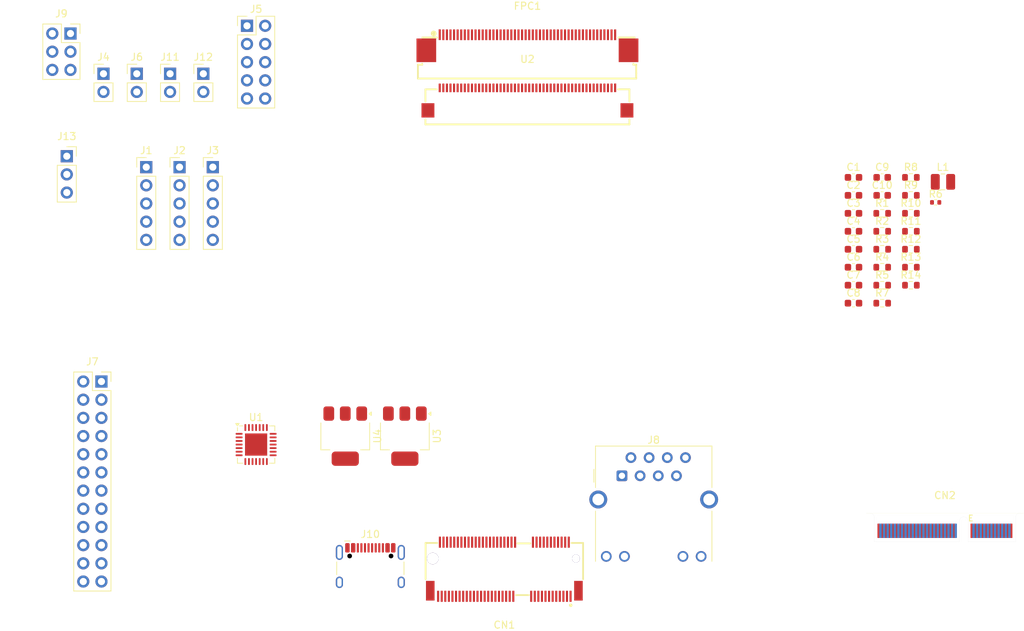
<source format=kicad_pcb>
(kicad_pcb (version 20240108) (generator "pcbnew") (generator_version "8.0")
  (layers (0 "F.Cu" signal) (31 "B.Cu" signal) (34 "B.Paste" user) (35 "F.Paste" user) (36 "B.SilkS" user "B.Silkscreen") (37 "F.SilkS" user "F.Silkscreen") (38 "B.Mask" user) (39 "F.Mask" user) (44 "Edge.Cuts" user))
  (net 0 "")
  (net 2 "Net-(J8-RCT)")
  (net 3 "Net-(J8-TCT)")
  (net 71 "GND")
  (net 72 "/UART0.RX")
  (net 73 "/LCD_D5")
  (net 74 "/PB6_SCK")
  (net 75 "/SDC1.D2")
  (net 76 "/PB7_SDA")
  (net 77 "/RESET")
  (net 78 "/LCD_D20")
  (net 79 "/ETH_LED_LINK")
  (net 80 "/LCD_D2")
  (net 81 "/LCD_D21")
  (net 82 "/ETH_LED_SPD")
  (net 83 "/LCD_D15")
  (net 84 "/SDC1.CLK")
  (net 85 "/ETH0.RX_N")
  (net 86 "/LCD_D19")
  (net 87 "/LCD0.DE")
  (net 88 "/SDC1.D1")
  (net 89 "/LCD_D22")
  (net 90 "/USB.USB_P")
  (net 91 "/CSI.MCSI_D1_P")
  (net 92 "/LCD_D11")
  (net 93 "/PB4_PWM0")
  (net 94 "/ADCDAC.HPOUTL")
  (net 95 "/USB.USB_ID")
  (net 96 "/CSI.CSI_SCK")
  (net 97 "/LRADC0")
  (net 98 "/SDC1.CMD")
  (net 99 "/LCD_D12")
  (net 100 "/LCD_D18")
  (net 101 "/LCD_D6")
  (net 102 "5V")
  (net 103 "/LCD0.VSYNC")
  (net 104 "/UART0.TX")
  (net 105 "/USB.USB_N")
  (net 106 "/ADCDAC.HPCOMFB")
  (net 107 "/SDC1.D0")
  (net 108 "/CSI.MCSI_D0_N")
  (net 109 "/CSI.MCSI_D0_P")
  (net 110 "/UART2.CTS")
  (net 111 "/PB5_PWM1")
  (net 112 "/CSI.MCSI_CK_N")
  (net 113 "/ADCDAC.HPOUTR")
  (net 114 "/ETH0.TX_N")
  (net 115 "/UART2.RX")
  (net 116 "/LCD0.CLK")
  (net 117 "/ETH0.TX_P")
  (net 118 "/LCD_D3")
  (net 119 "/LCD_D7")
  (net 120 "/UART2.TX")
  (net 121 "/LCD_D14")
  (net 122 "/CSI.CSI_SDA")
  (net 123 "/LCD_D10")
  (net 124 "/ADCDAC.HPCOM")
  (net 125 "/LCD_D23")
  (net 126 "/LCD_D13")
  (net 127 "/LCD0.HSYNC")
  (net 128 "/CSI.MCSI_CK_P")
  (net 129 "/ADCDAC.HBIAS")
  (net 130 "/CSI.MCSI_MCLK")
  (net 131 "/ETH0.RX_P")
  (net 132 "/LCD_D4")
  (net 133 "/CSI.MCSI_D1_N")
  (net 134 "/VBUS_IN")
  (net 135 "3V3")
  (net 136 "LCD_VDD")
  (net 137 "/LCD_SDI")
  (net 138 "/LCD_SCL")
  (net 139 "/LCD_CS")
  (net 140 "/LEDK1")
  (net 141 "/LCD_RST")
  (net 142 "Net-(FPC1-Pad44)")
  (net 143 "/LCD_DRX")
  (net 144 "/LCD_TE")
  (net 145 "/LCD_SDO")
  (net 146 "Net-(FPC1-Pad46)")
  (net 147 "Net-(FPC1-Pad47)")
  (net 148 "/LEDK3")
  (net 149 "/LCD_DE")
  (net 150 "/IM2")
  (net 151 "/LEDK2")
  (net 152 "Net-(FPC1-Pad45)")
  (net 153 "/LEDA")
  (net 154 "/LCD_RD")
  (net 155 "/LEDK4")
  (net 156 "/IM0")
  (net 157 "/IM3")
  (net 158 "/IM1")
  (net 159 "LED_VDD")
  (net 163 "Net-(J8-Pad9)")
  (net 164 "Net-(J8-Pad12)")
  (net 166 "/USB_D_P")
  (net 167 "Net-(J10-CC1)")
  (net 168 "/USB_D_N")
  (net 169 "Net-(J10-CC2)")
  (net 171 "Net-(J12-Pin_1)")
  (net 172 "Net-(J12-Pin_2)")
  (net 173 "2V85")
  (net 174 "Net-(U1-~{RST})")
  (footprint "Resistor_SMD:R_0603_1608Metric" (layer "F.Cu") (at 149.12 69.26)
    (property "Reference" "R11" (at 0 -1.43 0) (layer "F.SilkS"))
    (property "Value" "51")
    (pad "1" smd roundrect (at -0.825 0) (size 0.8 0.95) (layers "F.Cu" "F.Paste" "F.Mask") (net 2 "Net-(J8-RCT)"))
    (pad "2" smd roundrect (at 0.825 0) (size 0.8 0.95) (layers "F.Cu" "F.Paste" "F.Mask") (net 85 "/ETH0.RX_N"))
  )
  (footprint "Connector_PinSocket_2.54mm:PinSocket_1x03_P2.54mm_Vertical" (layer "F.Cu") (at 31.2 58.77)
    (property "Reference" "J13" (at 0 -2.77 0) (layer "F.SilkS"))
    (property "Value" "Conn_01x03_Pin")
    (pad "1" thru_hole rect (at 0 0) (size 1.7 1.7) (drill 1) (layers "*.Cu" "*.Mask") (net 173 "2V85"))
    (pad "2" thru_hole oval (at 0 2.54) (size 1.7 1.7) (drill 1) (layers "*.Cu" "*.Mask") (net 159 "LED_VDD"))
    (pad "3" thru_hole oval (at 0 5.08) (size 1.7 1.7) (drill 1) (layers "*.Cu" "*.Mask") (net 135 "3V3"))
  )
  (footprint "Connector_PinHeader_2.54mm:PinHeader_1x02_P2.54mm_Vertical" (layer "F.Cu") (at 50.275 47.25)
    (property "Reference" "J12" (at 0 -2.33 0) (layer "F.SilkS"))
    (property "Value" "Conn_01x02_Pin")
    (pad "1" thru_hole rect (at 0 0) (size 1.7 1.7) (drill 1) (layers "*.Cu" "*.Mask") (net 171 "Net-(J12-Pin_1)"))
    (pad "2" thru_hole oval (at 0 2.54) (size 1.7 1.7) (drill 1) (layers "*.Cu" "*.Mask") (net 172 "Net-(J12-Pin_2)"))
  )
  (footprint "Resistor_SMD:R_0603_1608Metric" (layer "F.Cu") (at 149.12 66.75)
    (property "Reference" "R10" (at 0 -1.43 0) (layer "F.SilkS"))
    (property "Value" "51")
    (pad "1" smd roundrect (at -0.825 0) (size 0.8 0.95) (layers "F.Cu" "F.Paste" "F.Mask") (net 2 "Net-(J8-RCT)"))
    (pad "2" smd roundrect (at 0.825 0) (size 0.8 0.95) (layers "F.Cu" "F.Paste" "F.Mask") (net 131 "/ETH0.RX_P"))
  )
  (footprint "Capacitor_SMD:C_0603_1608Metric" (layer "F.Cu") (at 145.11 64.24)
    (property "Reference" "C10" (at 0 -1.43 0) (layer "F.SilkS"))
    (property "Value" "10u")
    (pad "1" smd roundrect (at -0.775 0) (size 0.9 0.95) (layers "F.Cu" "F.Paste" "F.Mask") (net 71 "GND"))
    (pad "2" smd roundrect (at 0.775 0) (size 0.9 0.95) (layers "F.Cu" "F.Paste" "F.Mask") (net 134 "/VBUS_IN"))
  )
  (footprint "Resistor_SMD:R_0603_1608Metric" (layer "F.Cu") (at 145.11 74.28)
    (property "Reference" "R4" (at 0 -1.43 0) (layer "F.SilkS"))
    (property "Value" "100")
    (pad "1" smd roundrect (at -0.825 0) (size 0.8 0.95) (layers "F.Cu" "F.Paste" "F.Mask") (net 155 "/LEDK4"))
    (pad "2" smd roundrect (at 0.825 0) (size 0.8 0.95) (layers "F.Cu" "F.Paste" "F.Mask") (net 71 "GND"))
  )
  (footprint "Package_DFN_QFN:QFN-28-1EP_5x5mm_P0.5mm_EP3.1x3.1mm" (layer "F.Cu") (at 57.645 99.05)
    (property "Reference" "U1" (at 0 -3.8 0) (layer "F.SilkS"))
    (property "Value" "CP2102N-Axx-xQFN28")
    (pad "1" smd roundrect (at -2.375 -1.5) (size 0.95 0.25) (layers "F.Cu" "F.Paste" "F.Mask"))
    (pad "2" smd roundrect (at -2.375 -1) (size 0.95 0.25) (layers "F.Cu" "F.Paste" "F.Mask"))
    (pad "3" smd roundrect (at -2.375 -0.5) (size 0.95 0.25) (layers "F.Cu" "F.Paste" "F.Mask") (net 71 "GND"))
    (pad "4" smd roundrect (at -2.375 0) (size 0.95 0.25) (layers "F.Cu" "F.Paste" "F.Mask") (net 166 "/USB_D_P"))
    (pad "5" smd roundrect (at -2.375 0.5) (size 0.95 0.25) (layers "F.Cu" "F.Paste" "F.Mask") (net 168 "/USB_D_N"))
    (pad "6" smd roundrect (at -2.375 1) (size 0.95 0.25) (layers "F.Cu" "F.Paste" "F.Mask") (net 135 "3V3"))
    (pad "7" smd roundrect (at -2.375 1.5) (size 0.95 0.25) (layers "F.Cu" "F.Paste" "F.Mask") (net 135 "3V3"))
    (pad "8" smd roundrect (at -1.5 2.375) (size 0.25 0.95) (layers "F.Cu" "F.Paste" "F.Mask") (net 134 "/VBUS_IN"))
    (pad "9" smd roundrect (at -1 2.375) (size 0.25 0.95) (layers "F.Cu" "F.Paste" "F.Mask") (net 174 "Net-(U1-~{RST})"))
    (pad "10" smd roundrect (at -0.5 2.375) (size 0.25 0.95) (layers "F.Cu" "F.Paste" "F.Mask"))
    (pad "11" smd roundrect (at 0 2.375) (size 0.25 0.95) (layers "F.Cu" "F.Paste" "F.Mask"))
    (pad "12" smd roundrect (at 0.5 2.375) (size 0.25 0.95) (layers "F.Cu" "F.Paste" "F.Mask"))
    (pad "13" smd roundrect (at 1 2.375) (size 0.25 0.95) (layers "F.Cu" "F.Paste" "F.Mask"))
    (pad "14" smd roundrect (at 1.5 2.375) (size 0.25 0.95) (layers "F.Cu" "F.Paste" "F.Mask"))
    (pad "15" smd roundrect (at 2.375 1.5) (size 0.95 0.25) (layers "F.Cu" "F.Paste" "F.Mask"))
    (pad "16" smd roundrect (at 2.375 1) (size 0.95 0.25) (layers "F.Cu" "F.Paste" "F.Mask"))
    (pad "17" smd roundrect (at 2.375 0.5) (size 0.95 0.25) (layers "F.Cu" "F.Paste" "F.Mask"))
    (pad "18" smd roundrect (at 2.375 0) (size 0.95 0.25) (layers "F.Cu" "F.Paste" "F.Mask"))
    (pad "19" smd roundrect (at 2.375 -0.5) (size 0.95 0.25) (layers "F.Cu" "F.Paste" "F.Mask"))
    (pad "20" smd roundrect (at 2.375 -1) (size 0.95 0.25) (layers "F.Cu" "F.Paste" "F.Mask"))
    (pad "21" smd roundrect (at 2.375 -1.5) (size 0.95 0.25) (layers "F.Cu" "F.Paste" "F.Mask"))
    (pad "22" smd roundrect (at 1.5 -2.375) (size 0.25 0.95) (layers "F.Cu" "F.Paste" "F.Mask"))
    (pad "23" smd roundrect (at 1 -2.375) (size 0.25 0.95) (layers "F.Cu" "F.Paste" "F.Mask"))
    (pad "24" smd roundrect (at 0.5 -2.375) (size 0.25 0.95) (layers "F.Cu" "F.Paste" "F.Mask"))
    (pad "25" smd roundrect (at 0 -2.375) (size 0.25 0.95) (layers "F.Cu" "F.Paste" "F.Mask") (net 171 "Net-(J12-Pin_1)"))
    (pad "26" smd roundrect (at -0.5 -2.375) (size 0.25 0.95) (layers "F.Cu" "F.Paste" "F.Mask") (net 172 "Net-(J12-Pin_2)"))
    (pad "27" smd roundrect (at -1 -2.375) (size 0.25 0.95) (layers "F.Cu" "F.Paste" "F.Mask"))
    (pad "28" smd roundrect (at -1.5 -2.375) (size 0.25 0.95) (layers "F.Cu" "F.Paste" "F.Mask"))
    (pad "29" smd rect (at 0 0) (size 3.1 3.1) (property pad_prop_heatsink) (layers "F.Cu" "F.Mask") (net 71 "GND"))
  )
  (footprint "Package_TO_SOT_SMD:SOT-223-3_TabPin2" (layer "F.Cu") (at 70.1 97.875 -90)
    (property "Reference" "U4" (at 0 -4.500001 90) (layer "F.SilkS"))
    (property "Value" "AMS1117-2.85")
    (pad "1" smd roundrect (at -3.15 -2.3 270) (size 2 1.5) (layers "F.Cu" "F.Paste" "F.Mask") (net 71 "GND"))
    (pad "2" smd roundrect (at -3.149999 0 270) (size 2 1.5) (layers "F.Cu" "F.Paste" "F.Mask") (net 173 "2V85"))
    (pad "2" smd roundrect (at 3.149999 0 270) (size 2 3.8) (layers "F.Cu" "F.Paste" "F.Mask") (net 173 "2V85"))
    (pad "3" smd roundrect (at -3.15 2.3 270) (size 2 1.5) (layers "F.Cu" "F.Paste" "F.Mask") (net 134 "/VBUS_IN"))
  )
  (footprint "Capacitor_SMD:C_0603_1608Metric" (layer "F.Cu") (at 141.1 71.77)
    (property "Reference" "C5" (at 0 -1.43 0) (layer "F.SilkS"))
    (property "Value" "10u")
    (pad "1" smd roundrect (at -0.775 0) (size 0.9 0.95) (layers "F.Cu" "F.Paste" "F.Mask") (net 71 "GND"))
    (pad "2" smd roundrect (at 0.775 0) (size 0.9 0.95) (layers "F.Cu" "F.Paste" "F.Mask") (net 135 "3V3"))
  )
  (footprint "Connector_PinHeader_2.54mm:PinHeader_1x02_P2.54mm_Vertical" (layer "F.Cu") (at 40.975 47.25)
    (property "Reference" "J6" (at 0 -2.33 0) (layer "F.SilkS"))
    (property "Value" "Conn_01x02_Pin")
    (pad "1" thru_hole rect (at 0 0) (size 1.7 1.7) (drill 1) (layers "*.Cu" "*.Mask") (net 87 "/LCD0.DE"))
    (pad "2" thru_hole oval (at 0 2.54) (size 1.7 1.7) (drill 1) (layers "*.Cu" "*.Mask") (net 149 "/LCD_DE"))
  )
  (footprint "Resistor_SMD:R_0603_1608Metric" (layer "F.Cu") (at 145.11 71.77)
    (property "Reference" "R3" (at 0 -1.43 0) (layer "F.SilkS"))
    (property "Value" "100")
    (pad "1" smd roundrect (at -0.825 0) (size 0.8 0.95) (layers "F.Cu" "F.Paste" "F.Mask") (net 148 "/LEDK3"))
    (pad "2" smd roundrect (at 0.825 0) (size 0.8 0.95) (layers "F.Cu" "F.Paste" "F.Mask") (net 71 "GND"))
  )
  (footprint "Connector_PinHeader_2.54mm:PinHeader_1x05_P2.54mm_Vertical" (layer "F.Cu") (at 42.3 60.295)
    (property "Reference" "J1" (at 0 -2.33 0) (layer "F.SilkS"))
    (property "Value" "Conn_01x05_Pin")
    (pad "1" thru_hole rect (at 0 0) (size 1.7 1.7) (drill 1) (layers "*.Cu" "*.Mask") (net 156 "/IM0"))
    (pad "2" thru_hole oval (at 0 2.54) (size 1.7 1.7) (drill 1) (layers "*.Cu" "*.Mask") (net 158 "/IM1"))
    (pad "3" thru_hole oval (at 0 5.08) (size 1.7 1.7) (drill 1) (layers "*.Cu" "*.Mask") (net 150 "/IM2"))
    (pad "4" thru_hole oval (at 0 7.62) (size 1.7 1.7) (drill 1) (layers "*.Cu" "*.Mask") (net 157 "/IM3"))
    (pad "5" thru_hole oval (at 0 10.16) (size 1.7 1.7) (drill 1) (layers "*.Cu" "*.Mask") (net 141 "/LCD_RST"))
  )
  (footprint "Capacitor_SMD:C_0603_1608Metric" (layer "F.Cu") (at 141.1 66.75)
    (property "Reference" "C3" (at 0 -1.43 0) (layer "F.SilkS"))
    (property "Value" "10u")
    (pad "1" smd roundrect (at -0.775 0) (size 0.9 0.95) (layers "F.Cu" "F.Paste" "F.Mask") (net 71 "GND"))
    (pad "2" smd roundrect (at 0.775 0) (size 0.9 0.95) (layers "F.Cu" "F.Paste" "F.Mask") (net 134 "/VBUS_IN"))
  )
  (footprint "Connector_PinHeader_2.54mm:PinHeader_2x05_P2.54mm_Vertical" (layer "F.Cu") (at 56.375 40.55)
    (property "Reference" "J5" (at 1.27 -2.33 0) (layer "F.SilkS"))
    (property "Value" "Conn_02x05_Odd_Even")
    (pad "1" thru_hole rect (at 0 0) (size 1.7 1.7) (drill 1) (layers "*.Cu" "*.Mask") (net 145 "/LCD_SDO"))
    (pad "2" thru_hole oval (at 2.54 0) (size 1.7 1.7) (drill 1) (layers "*.Cu" "*.Mask") (net 154 "/LCD_RD"))
    (pad "3" thru_hole oval (at 0 2.54) (size 1.7 1.7) (drill 1) (layers "*.Cu" "*.Mask") (net 137 "/LCD_SDI"))
    (pad "4" thru_hole oval (at 2.54 2.54) (size 1.7 1.7) (drill 1) (layers "*.Cu" "*.Mask") (net 143 "/LCD_DRX"))
    (pad "5" thru_hole oval (at 0 5.08) (size 1.7 1.7) (drill 1) (layers "*.Cu" "*.Mask") (net 138 "/LCD_SCL"))
    (pad "6" thru_hole oval (at 2.54 5.08) (size 1.7 1.7) (drill 1) (layers "*.Cu" "*.Mask") (net 144 "/LCD_TE"))
    (pad "7" thru_hole oval (at 0 7.62) (size 1.7 1.7) (drill 1) (layers "*.Cu" "*.Mask") (net 139 "/LCD_CS"))
    (pad "8" thru_hole oval (at 2.54 7.62) (size 1.7 1.7) (drill 1) (layers "*.Cu" "*.Mask"))
    (pad "9" thru_hole oval (at 0 10.16) (size 1.7 1.7) (drill 1) (layers "*.Cu" "*.Mask") (net 71 "GND"))
    (pad "10" thru_hole oval (at 2.54 10.16) (size 1.7 1.7) (drill 1) (layers "*.Cu" "*.Mask"))
  )
  (footprint "Resistor_SMD:R_0603_1608Metric" (layer "F.Cu") (at 145.11 79.3)
    (property "Reference" "R7" (at 0 -1.43 0) (layer "F.SilkS"))
    (property "Value" "680")
    (pad "1" smd roundrect (at -0.825 0) (size 0.8 0.95) (layers "F.Cu" "F.Paste" "F.Mask") (net 163 "Net-(J8-Pad9)"))
    (pad "2" smd roundrect (at 0.825 0) (size 0.8 0.95) (layers "F.Cu" "F.Paste" "F.Mask") (net 135 "3V3"))
  )
  (footprint "Package_TO_SOT_SMD:SOT-223-3_TabPin2" (layer "F.Cu") (at 78.425 97.875 -90)
    (property "Reference" "U3" (at 0 -4.500001 90) (layer "F.SilkS"))
    (property "Value" "AMS1117-3.3")
    (pad "1" smd roundrect (at -3.15 -2.3 270) (size 2 1.5) (layers "F.Cu" "F.Paste" "F.Mask") (net 71 "GND"))
    (pad "2" smd roundrect (at -3.149999 0 270) (size 2 1.5) (layers "F.Cu" "F.Paste" "F.Mask") (net 135 "3V3"))
    (pad "2" smd roundrect (at 3.149999 0 270) (size 2 3.8) (layers "F.Cu" "F.Paste" "F.Mask") (net 135 "3V3"))
    (pad "3" smd roundrect (at -3.15 2.3 270) (size 2 1.5) (layers "F.Cu" "F.Paste" "F.Mask") (net 134 "/VBUS_IN"))
  )
  (footprint "Resistor_SMD:R_0603_1608Metric" (layer "F.Cu") (at 145.11 69.26)
    (property "Reference" "R2" (at 0 -1.43 0) (layer "F.SilkS"))
    (property "Value" "100")
    (pad "1" smd roundrect (at -0.825 0) (size 0.8 0.95) (layers "F.Cu" "F.Paste" "F.Mask") (net 151 "/LEDK2"))
    (pad "2" smd roundrect (at 0.825 0) (size 0.8 0.95) (layers "F.Cu" "F.Paste" "F.Mask") (net 71 "GND"))
  )
  (footprint "Connector_PinHeader_2.54mm:PinHeader_1x02_P2.54mm_Vertical" (layer "F.Cu") (at 36.325 47.25)
    (property "Reference" "J4" (at 0 -2.33 0) (layer "F.SilkS"))
    (property "Value" "Conn_01x02_Pin")
    (pad "1" thru_hole rect (at 0 0) (size 1.7 1.7) (drill 1) (layers "*.Cu" "*.Mask") (net 159 "LED_VDD"))
    (pad "2" thru_hole oval (at 0 2.54) (size 1.7 1.7) (drill 1) (layers "*.Cu" "*.Mask") (net 153 "/LEDA"))
  )
  (footprint "v3s-devboard-expansion-minimal:FPC-SMD_AFC07-S50ECA-00" (layer "F.Cu") (at 95.55 42.885)
    (property "Reference" "FPC1" (at 0 -5.09 0) (layer "F.SilkS"))
    (property "Value" "AFC07-S50ECA-00")
    (pad "1" smd rect (at -12.25 -1.09) (size 0.3 1.5) (layers "F.Cu" "F.Paste" "F.Mask") (net 153 "/LEDA"))
    (pad "2" smd rect (at -11.75 -1.08) (size 0.3 1.5) (layers "F.Cu" "F.Paste" "F.Mask") (net 140 "/LEDK1"))
    (pad "3" smd rect (at -11.25 -1.08) (size 0.3 1.5) (layers "F.Cu" "F.Paste" "F.Mask") (net 151 "/LEDK2"))
    (pad "4" smd rect (at -10.75 -1.08) (size 0.3 1.5) (layers "F.Cu" "F.Paste" "F.Mask") (net 148 "/LEDK3"))
    (pad "5" smd rect (at -10.25 -1.08) (size 0.3 1.5) (layers "F.Cu" "F.Paste" "F.Mask") (net 155 "/LEDK4"))
    (pad "6" smd rect (at -9.75 -1.08) (size 0.3 1.5) (layers "F.Cu" "F.Paste" "F.Mask") (net 156 "/IM0"))
    (pad "7" smd rect (at -9.25 -1.08) (size 0.3 1.5) (layers "F.Cu" "F.Paste" "F.Mask") (net 158 "/IM1"))
    (pad "8" smd rect (at -8.75 -1.08) (size 0.3 1.5) (layers "F.Cu" "F.Paste" "F.Mask") (net 150 "/IM2"))
    (pad "9" smd rect (at -8.25 -1.08) (size 0.3 1.5) (layers "F.Cu" "F.Paste" "F.Mask") (net 157 "/IM3"))
    (pad "10" smd rect (at -7.75 -1.08) (size 0.3 1.5) (layers "F.Cu" "F.Paste" "F.Mask") (net 141 "/LCD_RST"))
    (pad "11" smd rect (at -7.25 -1.08) (size 0.3 1.5) (layers "F.Cu" "F.Paste" "F.Mask") (net 103 "/LCD0.VSYNC"))
    (pad "12" smd rect (at -6.75 -1.08) (size 0.3 1.5) (layers "F.Cu" "F.Paste" "F.Mask") (net 127 "/LCD0.HSYNC"))
    (pad "13" smd rect (at -6.25 -1.08) (size 0.3 1.5) (layers "F.Cu" "F.Paste" "F.Mask") (net 116 "/LCD0.CLK"))
    (pad "14" smd rect (at -5.75 -1.08) (size 0.3 1.5) (layers "F.Cu" "F.Paste" "F.Mask") (net 149 "/LCD_DE"))
    (pad "15" smd rect (at -5.25 -1.08) (size 0.3 1.5) (layers "F.Cu" "F.Paste" "F.Mask") (net 125 "/LCD_D23"))
    (pad "16" smd rect (at -4.75 -1.08) (size 0.3 1.5) (layers "F.Cu" "F.Paste" "F.Mask") (net 89 "/LCD_D22"))
    (pad "17" smd rect (at -4.25 -1.08) (size 0.3 1.5) (layers "F.Cu" "F.Paste" "F.Mask") (net 81 "/LCD_D21"))
    (pad "18" smd rect (at -3.75 -1.08) (size 0.3 1.5) (layers "F.Cu" "F.Paste" "F.Mask") (net 78 "/LCD_D20"))
    (pad "19" smd rect (at -3.25 -1.08) (size 0.3 1.5) (layers "F.Cu" "F.Paste" "F.Mask") (net 86 "/LCD_D19"))
    (pad "20" smd rect (at -2.75 -1.08) (size 0.3 1.5) (layers "F.Cu" "F.Paste" "F.Mask") (net 100 "/LCD_D18"))
    (pad "21" smd rect (at -2.25 -1.08) (size 0.3 1.5) (layers "F.Cu" "F.Paste" "F.Mask") (net 83 "/LCD_D15"))
    (pad "22" smd rect (at -1.75 -1.08) (size 0.3 1.5) (layers "F.Cu" "F.Paste" "F.Mask") (net 121 "/LCD_D14"))
    (pad "23" smd rect (at -1.25 -1.08) (size 0.3 1.5) (layers "F.Cu" "F.Paste" "F.Mask") (net 126 "/LCD_D13"))
    (pad "24" smd rect (at -0.75 -1.08) (size 0.3 1.5) (layers "F.Cu" "F.Paste" "F.Mask") (net 99 "/LCD_D12"))
    (pad "25" smd rect (at -0.25 -1.08) (size 0.3 1.5) (layers "F.Cu" "F.Paste" "F.Mask") (net 92 "/LCD_D11"))
    (pad "26" smd rect (at 0.25 -1.08) (size 0.3 1.5) (layers "F.Cu" "F.Paste" "F.Mask") (net 123 "/LCD_D10"))
    (pad "27" smd rect (at 0.75 -1.08) (size 0.3 1.5) (layers "F.Cu" "F.Paste" "F.Mask") (net 119 "/LCD_D7"))
    (pad "28" smd rect (at 1.25 -1.08) (size 0.3 1.5) (layers "F.Cu" "F.Paste" "F.Mask") (net 101 "/LCD_D6"))
    (pad "29" smd rect (at 1.75 -1.08) (size 0.3 1.5) (layers "F.Cu" "F.Paste" "F.Mask") (net 73 "/LCD_D5"))
    (pad "30" smd rect (at 2.25 -1.08) (size 0.3 1.5) (layers "F.Cu" "F.Paste" "F.Mask") (net 132 "/LCD_D4"))
    (pad "31" smd rect (at 2.75 -1.08) (size 0.3 1.5) (layers "F.Cu" "F.Paste" "F.Mask") (net 118 "/LCD_D3"))
    (pad "32" smd rect (at 3.25 -1.08) (size 0.3 1.5) (layers "F.Cu" "F.Paste" "F.Mask") (net 80 "/LCD_D2"))
    (pad "33" smd rect (at 3.75 -1.08) (size 0.3 1.5) (layers "F.Cu" "F.Paste" "F.Mask") (net 145 "/LCD_SDO"))
    (pad "34" smd rect (at 4.25 -1.08) (size 0.3 1.5) (layers "F.Cu" "F.Paste" "F.Mask") (net 137 "/LCD_SDI"))
    (pad "35" smd rect (at 4.75 -1.08) (size 0.3 1.5) (layers "F.Cu" "F.Paste" "F.Mask") (net 154 "/LCD_RD"))
    (pad "36" smd rect (at 5.25 -1.08) (size 0.3 1.5) (layers "F.Cu" "F.Paste" "F.Mask") (net 143 "/LCD_DRX"))
    (pad "37" smd rect (at 5.75 -1.08) (size 0.3 1.5) (layers "F.Cu" "F.Paste" "F.Mask") (net 138 "/LCD_SCL"))
    (pad "38" smd rect (at 6.25 -1.08) (size 0.3 1.5) (layers "F.Cu" "F.Paste" "F.Mask") (net 139 "/LCD_CS"))
    (pad "39" smd rect (at 6.75 -1.08) (size 0.3 1.5) (layers "F.Cu" "F.Paste" "F.Mask") (net 144 "/LCD_TE"))
    (pad "40" smd rect (at 7.25 -1.08) (size 0.3 1.5) (layers "F.Cu" "F.Paste" "F.Mask") (net 136 "LCD_VDD"))
    (pad "41" smd rect (at 7.75 -1.09) (size 0.3 1.5) (layers "F.Cu" "F.Paste" "F.Mask") (net 136 "LCD_VDD"))
    (pad "42" smd rect (at 8.25 -1.08) (size 0.3 1.5) (layers "F.Cu" "F.Paste" "F.Mask") (net 136 "LCD_VDD"))
    (pad "43" smd rect (at 8.75 -1.08) (size 0.3 1.5) (layers "F.Cu" "F.Paste" "F.Mask") (net 71 "GND"))
    (pad "44" smd rect (at 9.25 -1.08) (size 0.3 1.5) (layers "F.Cu" "F.Paste" "F.Mask") (net 142 "Net-(FPC1-Pad44)"))
    (pad "45" smd rect (at 9.75 -1.08) (size 0.3 1.5) (layers "F.Cu" "F.Paste" "F.Mask") (net 152 "Net-(FPC1-Pad45)"))
    (pad "46" smd rect (at 10.25 -1.08) (size 0.3 1.5) (layers "F.Cu" "F.Paste" "F.Mask") (net 146 "Net-(FPC1-Pad46)"))
    (pad "47" smd rect (at 10.75 -1.09) (size 0.3 1.5) (layers "F.Cu" "F.Paste" "F.Mask") (net 147 "Net-(FPC1-Pad47)"))
    (pad "48" smd rect (at 11.25 -1.08) (size 0.3 1.5) (layers "F.Cu" "F.Paste" "F.Mask") (net 71 "GND"))
    (pad "49" smd rect (at 11.75 -1.08) (size 0.3 1.5) (layers "F.Cu" "F.Paste" "F.Mask") (net 71 "GND"))
    (pad "50" smd rect (at 12.25 -1.08) (size 0.3 1.5) (layers "F.Cu" "F.Paste" "F.Mask") (net 71 "GND"))
    (pad "51" smd rect (at 14.125 1.09 180) (size 2.75 3.3) (layers "F.Cu" "F.Paste" "F.Mask") (net 71 "GND"))
    (pad "52" smd rect (at -14.125 1.09) (size 2.75 3.3) (layers "F.Cu" "F.Paste" "F.Mask") (net 71 "GND"))
  )
  (footprint "Capacitor_SMD:C_0603_1608Metric" (layer "F.Cu") (at 145.11 61.73)
    (property "Reference" "C9" (at 0 -1.43 0) (layer "F.SilkS"))
    (property "Value" "10u")
    (pad "1" smd roundrect (at -0.775 0) (size 0.9 0.95) (layers "F.Cu" "F.Paste" "F.Mask") (net 71 "GND"))
    (pad "2" smd roundrect (at 0.775 0) (size 0.9 0.95) (layers "F.Cu" "F.Paste" "F.Mask") (net 134 "/VBUS_IN"))
  )
  (footprint "Resistor_SMD:R_0603_1608Metric" (layer "F.Cu") (at 149.12 76.79)
    (property "Reference" "R14" (at 0 -1.43 0) (layer "F.SilkS"))
    (property "Value" "5.1K")
    (pad "1" smd roundrect (at -0.825 0) (size 0.8 0.95) (layers "F.Cu" "F.Paste" "F.Mask") (net 169 "Net-(J10-CC2)"))
    (pad "2" smd roundrect (at 0.825 0) (size 0.8 0.95) (layers "F.Cu" "F.Paste" "F.Mask") (net 71 "GND"))
  )
  (footprint "Connector_PinSocket_2.54mm:PinSocket_2x03_P2.54mm_Vertical" (layer "F.Cu") (at 31.715 41.63)
    (property "Reference" "J9" (at -1.27 -2.77 0) (layer "F.SilkS"))
    (property "Value" "Conn_02x03_Odd_Even")
    (pad "1" thru_hole rect (at 0 0) (size 1.7 1.7) (drill 1) (layers "*.Cu" "*.Mask") (net 72 "/UART0.RX"))
    (pad "2" thru_hole oval (at -2.54 0) (size 1.7 1.7) (drill 1) (layers "*.Cu" "*.Mask") (net 104 "/UART0.TX"))
    (pad "3" thru_hole oval (at 0 2.54) (size 1.7 1.7) (drill 1) (layers "*.Cu" "*.Mask") (net 115 "/UART2.RX"))
    (pad "4" thru_hole oval (at -2.54 2.54) (size 1.7 1.7) (drill 1) (layers "*.Cu" "*.Mask") (net 120 "/UART2.TX"))
    (pad "5" thru_hole oval (at 0 5.08) (size 1.7 1.7) (drill 1) (layers "*.Cu" "*.Mask") (net 71 "GND"))
    (pad "6" thru_hole oval (at -2.54 5.08) (size 1.7 1.7) (drill 1) (layers "*.Cu" "*.Mask") (net 71 "GND"))
  )
  (footprint "Capacitor_SMD:C_0603_1608Metric" (layer "F.Cu") (at 141.1 74.28)
    (property "Reference" "C6" (at 0 -1.43 0) (layer "F.SilkS"))
    (property "Value" "1u")
    (pad "1" smd roundrect (at -0.775 0) (size 0.9 0.95) (layers "F.Cu" "F.Paste" "F.Mask") (net 71 "GND"))
    (pad "2" smd roundrect (at 0.775 0) (size 0.9 0.95) (layers "F.Cu" "F.Paste" "F.Mask") (net 135 "3V3"))
  )
  (footprint "Resistor_SMD:R_0603_1608Metric" (layer "F.Cu") (at 149.12 74.28)
    (property "Reference" "R13" (at 0 -1.43 0) (layer "F.SilkS"))
    (property "Value" "4.7K")
    (pad "1" smd roundrect (at -0.825 0) (size 0.8 0.95) (layers "F.Cu" "F.Paste" "F.Mask") (net 174 "Net-(U1-~{RST})"))
    (pad "2" smd roundrect (at 0.825 0) (size 0.8 0.95) (layers "F.Cu" "F.Paste" "F.Mask") (net 135 "3V3"))
  )
  (footprint "Resistor_SMD:R_0603_1608Metric" (layer "F.Cu") (at 145.11 76.79)
    (property "Reference" "R5" (at 0 -1.43 0) (layer "F.SilkS"))
    (property "Value" "680")
    (pad "1" smd roundrect (at -0.825 0) (size 0.8 0.95) (layers "F.Cu" "F.Paste" "F.Mask") (net 164 "Net-(J8-Pad12)"))
    (pad "2" smd roundrect (at 0.825 0) (size 0.8 0.95) (layers "F.Cu" "F.Paste" "F.Mask") (net 135 "3V3"))
  )
  (footprint "v3s-devboard-module:m2-padKeyE" (layer "F.Cu") (at 153.875 112.65)
    (property "Reference" "CN2" (at 0 -6.5 0) (layer "F.SilkS"))
    (property "Value" "AS0BC21-S30BE-7H")
    (fp_line (start -11 -4) (end -10.4 -4) (stroke (width 0.01)) (layer "Edge.Cuts"))
    (fp_line (start -9.9 0) (end -9.9 -3.5) (stroke (width 0.01)) (layer "Edge.Cuts"))
    (fp_line (start -9.9 0) (end 2.025 0) (stroke (width 0.01)) (layer "Edge.Cuts"))
    (fp_line (start 2.025 0) (end 2.025 -2.9) (stroke (width 0.01)) (layer "Edge.Cuts"))
    (fp_line (start 3.225 0) (end 3.225 -2.9) (stroke (width 0.01)) (layer "Edge.Cuts"))
    (fp_line (start 9.9 0) (end 3.225 0) (stroke (width 0.01)) (layer "Edge.Cuts"))
    (fp_line (start 9.9 0) (end 9.9 -3.5) (stroke (width 0.01)) (layer "Edge.Cuts"))
    (fp_line (start 11 -4) (end 10.4 -4) (stroke (width 0.01)) (layer "Edge.Cuts"))
    (fp_arc (start -10.4 -4) (mid -10.046447 -3.853553) (end -9.9 -3.5) (stroke (width 0.01)) (layer "Edge.Cuts"))
    (fp_arc (start 2.025 -2.9) (mid 2.625 -3.5) (end 3.225 -2.9) (stroke (width 0.01)) (layer "Edge.Cuts"))
    (fp_arc (start 9.9 -3.5) (mid 10.046447 -3.853553) (end 10.4 -4) (stroke (width 0.01)) (layer "Edge.Cuts"))
    (fp_text user "E" (at 3.6 -3.3 0) (layer "F.SilkS") (effects (font (size 0.8 0.8))))
    (pad "1" smd rect (at 9.25 -1.55) (size 0.35 2) (layers "F.Cu" "F.Mask"))
    (pad "2" smd rect (at 9 -1.55) (size 0.35 2) (layers "B.Cu" "B.Mask"))
    (pad "3" smd rect (at 8.75 -1.55) (size 0.35 2) (layers "F.Cu" "F.Mask"))
    (pad "4" smd rect (at 8.5 -1.55) (size 0.35 2) (layers "B.Cu" "B.Mask"))
    (pad "5" smd rect (at 8.25 -1.55) (size 0.35 2) (layers "F.Cu" "F.Mask"))
    (pad "6" smd rect (at 8 -1.55) (size 0.35 2) (layers "B.Cu" "B.Mask"))
    (pad "7" smd rect (at 7.75 -1.55) (size 0.35 2) (layers "F.Cu" "F.Mask"))
    (pad "8" smd rect (at 7.5 -1.55) (size 0.35 2) (layers "B.Cu" "B.Mask"))
    (pad "9" smd rect (at 7.25 -1.55) (size 0.35 2) (layers "F.Cu" "F.Mask"))
    (pad "10" smd rect (at 7 -1.55) (size 0.35 2) (layers "B.Cu" "B.Mask"))
    (pad "11" smd rect (at 6.75 -1.55) (size 0.35 2) (layers "F.Cu" "F.Mask"))
    (pad "12" smd rect (at 6.5 -1.55) (size 0.35 2) (layers "B.Cu" "B.Mask"))
    (pad "13" smd rect (at 6.25 -1.55) (size 0.35 2) (layers "F.Cu" "F.Mask"))
    (pad "14" smd rect (at 6 -1.55) (size 0.35 2) (layers "B.Cu" "B.Mask"))
    (pad "15" smd rect (at 5.75 -1.55) (size 0.35 2) (layers "F.Cu" "F.Mask"))
    (pad "16" smd rect (at 5.5 -1.55) (size 0.35 2) (layers "B.Cu" "B.Mask"))
    (pad "17" smd rect (at 5.25 -1.55) (size 0.35 2) (layers "F.Cu" "F.Mask"))
    (pad "18" smd rect (at 5 -1.55) (size 0.35 2) (layers "B.Cu" "B.Mask"))
    (pad "19" smd rect (at 4.75 -1.55) (size 0.35 2) (layers "F.Cu" "F.Mask"))
    (pad "20" smd rect (at 4.5 -1.55) (size 0.35 2) (layers "B.Cu" "B.Mask"))
    (pad "21" smd rect (at 4.25 -1.55) (size 0.35 2) (layers "F.Cu" "F.Mask"))
    (pad "22" smd rect (at 4 -1.55) (size 0.35 2) (layers "B.Cu" "B.Mask"))
    (pad "23" smd rect (at 3.75 -1.55) (size 0.35 2) (layers "F.Cu" "F.Mask"))
    (pad "32" smd rect (at 1.5 -1.55) (size 0.35 2) (layers "B.Cu" "B.Mask"))
    (pad "33" smd rect (at 1.25 -1.55) (size 0.35 2) (layers "F.Cu" "F.Mask"))
    (pad "34" smd rect (at 1 -1.55) (size 0.35 2) (layers "B.Cu" "B.Mask"))
    (pad "35" smd rect (at 0.75 -1.55) (size 0.35 2) (layers "F.Cu" "F.Mask"))
    (pad "36" smd rect (at 0.5 -1.55) (size 0.35 2) (layers "B.Cu" "B.Mask"))
    (pad "37" smd rect (at 0.25 -1.55) (size 0.35 2) (layers "F.Cu" "F.Mask"))
    (pad "38" smd rect (at 0 -1.55) (size 0.35 2) (layers "B.Cu" "B.Mask"))
    (pad "39" smd rect (at -0.25 -1.55) (size 0.35 2) (layers "F.Cu" "F.Mask"))
    (pad "40" smd rect (at -0.5 -1.55) (size 0.35 2) (layers "B.Cu" "B.Mask"))
    (pad "41" smd rect (at -0.75 -1.55) (size 0.35 2) (layers "F.Cu" "F.Mask"))
    (pad "42" smd rect (at -1 -1.55) (size 0.35 2) (layers "B.Cu" "B.Mask"))
    (pad "43" smd rect (at -1.25 -1.55) (size 0.35 2) (layers "F.Cu" "F.Mask"))
    (pad "44" smd rect (at -1.5 -1.55) (size 0.35 2) (layers "B.Cu" "B.Mask"))
    (pad "45" smd rect (at -1.75 -1.55) (size 0.35 2) (layers "F.Cu" "F.Mask"))
    (pad "46" smd rect (at -2 -1.55) (size 0.35 2) (layers "B.Cu" "B.Mask"))
    (pad "47" smd rect (at -2.25 -1.55) (size 0.35 2) (layers "F.Cu" "F.Mask"))
    (pad "48" smd rect (at -2.5 -1.55) (size 0.35 2) (layers "B.Cu" "B.Mask"))
    (pad "49" smd rect (at -2.75 -1.55) (size 0.35 2) (layers "F.Cu" "F.Mask"))
    (pad "50" smd rect (at -3 -1.55) (size 0.35 2) (layers "B.Cu" "B.Mask"))
    (pad "51" smd rect (at -3.25 -1.55) (size 0.35 2) (layers "F.Cu" "F.Mask"))
    (pad "52" smd rect (at -3.5 -1.55) (size 0.35 2) (layers "B.Cu" "B.Mask"))
    (pad "53" smd rect (at -3.75 -1.55) (size 0.35 2) (layers "F.Cu" "F.Mask"))
    (pad "54" smd rect (at -4 -1.55) (size 0.35 2) (layers "B.Cu" "B.Mask"))
    (pad "55" smd rect (at -4.25 -1.55) (size 0.35 2) (layers "F.Cu" "F.Mask"))
    (pad "56" smd rect (at -4.5 -1.55) (size 0.35 2) (layers "B.Cu" "B.Mask"))
    (pad "57" smd rect (at -4.75 -1.55) (size 0.35 2) (layers "F.Cu" "F.Mask"))
    (pad "58" smd rect (at -5 -1.55) (size 0.35 2) (layers "B.Cu" "B.Mask"))
    (pad "59" smd rect (at -5.25 -1.55) (size 0.35 2) (layers "F.Cu" "F.Mask"))
    (pad "60" smd rect (at -5.5 -1.55) (size 0.35 2) (layers "B.Cu" "B.Mask"))
    (pad "61" smd rect (at -5.75 -1.55) (size 0.35 2) (layers "F.Cu" "F.Mask"))
    (pad "62" smd rect (at -6 -1.55) (size 0.35 2) (layers "B.Cu" "B.Mask"))
    (pad "63" smd rect (at -6.25 -1.55) (size 0.35 2) (layers "F.Cu" "F.Mask"))
    (pad "64" smd rect (at -6.5 -1.55) (size 0.35 2) (layers "B.Cu" "B.Mask"))
    (pad "65" smd rect (at -6.75 -1.55) (size 0.35 2) (layers "F.Cu" "F.Mask"))
    (pad "66" smd rect (at -7 -1.55) (size 0.35 2) (layers "B.Cu" "B.Mask"))
    (pad "67" smd rect (at -7.25 -1.55) (size 0.35 2) (layers "F.Cu" "F.Mask"))
    (pad "68" smd rect (at -7.5 -1.55) (size 0.35 2) (layers "B.Cu" "B.Mask"))
    (pad "69" smd rect (at -7.75 -1.55) (size 0.35 2) (layers "F.Cu" "F.Mask"))
    (pad "70" smd rect (at -8 -1.55) (size 0.35 2) (layers "B.Cu" "B.Mask"))
    (pad "71" smd rect (at -8.25 -1.55) (size 0.35 2) (layers "F.Cu" "F.Mask"))
    (pad "72" smd rect (at -8.5 -1.55) (size 0.35 2) (layers "B.Cu" "B.Mask"))
    (pad "73" smd rect (at -8.75 -1.55) (size 0.35 2) (layers "F.Cu" "F.Mask"))
    (pad "74" smd rect (at -9 -1.55) (size 0.35 2) (layers "B.Cu" "B.Mask"))
    (pad "75" smd rect (at -9.25 -1.55) (size 0.35 2) (layers "F.Cu" "F.Mask"))
  )
  (footprint "Resistor_SMD:R_0603_1608Metric" (layer "F.Cu") (at 149.12 61.73)
    (property "Reference" "R8" (at 0 -1.43 0) (layer "F.SilkS"))
    (property "Value" "51")
    (pad "1" smd roundrect (at -0.825 0) (size 0.8 0.95) (layers "F.Cu" "F.Paste" "F.Mask") (net 3 "Net-(J8-TCT)"))
    (pad "2" smd roundrect (at 0.825 0) (size 0.8 0.95) (layers "F.Cu" "F.Paste" "F.Mask") (net 117 "/ETH0.TX_P"))
  )
  (footprint "Connector_PinSocket_2.54mm:PinSocket_2x12_P2.54mm_Vertical" (layer "F.Cu") (at 36.04 90.245)
    (property "Reference" "J7" (at -1.27 -2.77 0) (layer "F.SilkS"))
    (property "Value" "Conn_02x12_Odd_Even")
    (pad "1" thru_hole rect (at 0 0) (size 1.7 1.7) (drill 1) (layers "*.Cu" "*.Mask") (net 133 "/CSI.MCSI_D1_N"))
    (pad "2" thru_hole oval (at -2.54 0) (size 1.7 1.7) (drill 1) (layers "*.Cu" "*.Mask") (net 112 "/CSI.MCSI_CK_N"))
    (pad "3" thru_hole oval (at 0 2.54) (size 1.7 1.7) (drill 1) (layers "*.Cu" "*.Mask") (net 91 "/CSI.MCSI_D1_P"))
    (pad "4" thru_hole oval (at -2.54 2.54) (size 1.7 1.7) (drill 1) (layers "*.Cu" "*.Mask") (net 128 "/CSI.MCSI_CK_P"))
    (pad "5" thru_hole oval (at 0 5.08) (size 1.7 1.7) (drill 1) (layers "*.Cu" "*.Mask") (net 108 "/CSI.MCSI_D0_N"))
    (pad "6" thru_hole oval (at -2.54 5.08) (size 1.7 1.7) (drill 1) (layers "*.Cu" "*.Mask") (net 130 "/CSI.MCSI_MCLK"))
    (pad "7" thru_hole oval (at 0 7.62) (size 1.7 1.7) (drill 1) (layers "*.Cu" "*.Mask") (net 109 "/CSI.MCSI_D0_P"))
    (pad "8" thru_hole oval (at -2.54 7.62) (size 1.7 1.7) (drill 1) (layers "*.Cu" "*.Mask") (net 122 "/CSI.CSI_SDA"))
    (pad "9" thru_hole oval (at 0 10.16) (size 1.7 1.7) (drill 1) (layers "*.Cu" "*.Mask") (net 96 "/CSI.CSI_SCK"))
    (pad "10" thru_hole oval (at -2.54 10.16) (size 1.7 1.7) (drill 1) (layers "*.Cu" "*.Mask") (net 84 "/SDC1.CLK"))
    (pad "11" thru_hole oval (at 0 12.7) (size 1.7 1.7) (drill 1) (layers "*.Cu" "*.Mask") (net 75 "/SDC1.D2"))
    (pad "12" thru_hole oval (at -2.54 12.7) (size 1.7 1.7) (drill 1) (layers "*.Cu" "*.Mask") (net 107 "/SDC1.D0"))
    (pad "13" thru_hole oval (at 0 15.24) (size 1.7 1.7) (drill 1) (layers "*.Cu" "*.Mask") (net 74 "/PB6_SCK"))
    (pad "14" thru_hole oval (at -2.54 15.24) (size 1.7 1.7) (drill 1) (layers "*.Cu" "*.Mask") (net 76 "/PB7_SDA"))
    (pad "15" thru_hole oval (at 0 17.78) (size 1.7 1.7) (drill 1) (layers "*.Cu" "*.Mask") (net 111 "/PB5_PWM1"))
    (pad "16" thru_hole oval (at -2.54 17.78) (size 1.7 1.7) (drill 1) (layers "*.Cu" "*.Mask") (net 93 "/PB4_PWM0"))
    (pad "17" thru_hole oval (at 0 20.32) (size 1.7 1.7) (drill 1) (layers "*.Cu" "*.Mask") (net 110 "/UART2.CTS"))
    (pad "18" thru_hole oval (at -2.54 20.32) (size 1.7 1.7) (drill 1) (layers "*.Cu" "*.Mask") (net 95 "/USB.USB_ID"))
    (pad "19" thru_hole oval (at 0 22.86) (size 1.7 1.7) (drill 1) (layers "*.Cu" "*.Mask") (net 135 "3V3"))
    (pad "20" thru_hole oval (at -2.54 22.86) (size 1.7 1.7) (drill 1) (layers "*.Cu" "*.Mask") (net 71 "GND"))
    (pad "21" thru_hole oval (at 0 25.4) (size 1.7 1.7) (drill 1) (layers "*.Cu" "*.Mask") (net 135 "3V3"))
    (pad "22" thru_hole oval (at -2.54 25.4) (size 1.7 1.7) (drill 1) (layers "*.Cu" "*.Mask") (net 71 "GND"))
    (pad "23" thru_hole oval (at 0 27.94) (size 1.7 1.7) (drill 1) (layers "*.Cu" "*.Mask") (net 135 "3V3"))
    (pad "24" thru_hole oval (at -2.54 27.94) (size 1.7 1.7) (drill 1) (layers "*.Cu" "*.Mask") (net 71 "GND"))
  )
  (footprint "Capacitor_SMD:C_0603_1608Metric" (layer "F.Cu") (at 141.1 76.79)
    (property "Reference" "C7" (at 0 -1.43 0) (layer "F.SilkS"))
    (property "Value" "10u")
    (pad "1" smd roundrect (at -0.775 0) (size 0.9 0.95) (layers "F.Cu" "F.Paste" "F.Mask") (net 71 "GND"))
    (pad "2" smd roundrect (at 0.775 0) (size 0.9 0.95) (layers "F.Cu" "F.Paste" "F.Mask") (net 173 "2V85"))
  )
  (footprint "Capacitor_SMD:C_0603_1608Metric" (layer "F.Cu") (at 141.1 69.26)
    (property "Reference" "C4" (at 0 -1.43 0) (layer "F.SilkS"))
    (property "Value" "1u")
    (pad "1" smd roundrect (at -0.775 0) (size 0.9 0.95) (layers "F.Cu" "F.Paste" "F.Mask") (net 71 "GND"))
    (pad "2" smd roundrect (at 0.775 0) (size 0.9 0.95) (layers "F.Cu" "F.Paste" "F.Mask") (net 134 "/VBUS_IN"))
  )
  (footprint "Resistor_SMD:R_0603_1608Metric" (layer "F.Cu") (at 149.12 71.77)
    (property "Reference" "R12" (at 0 -1.43 0) (layer "F.SilkS"))
    (property "Value" "5.1K")
    (pad "1" smd roundrect (at -0.825 0) (size 0.8 0.95) (layers "F.Cu" "F.Paste" "F.Mask") (net 167 "Net-(J10-CC1)"))
    (pad "2" smd roundrect (at 0.825 0) (size 0.8 0.95) (layers "F.Cu" "F.Paste" "F.Mask") (net 71 "GND"))
  )
  (footprint "Capacitor_SMD:C_0603_1608Metric" (layer "F.Cu") (at 141.1 79.3)
    (property "Reference" "C8" (at 0 -1.43 0) (layer "F.SilkS"))
    (property "Value" "10u")
    (pad "1" smd roundrect (at -0.775 0) (size 0.9 0.95) (layers "F.Cu" "F.Paste" "F.Mask") (net 71 "GND"))
    (pad "2" smd roundrect (at 0.775 0) (size 0.9 0.95) (layers "F.Cu" "F.Paste" "F.Mask") (net 135 "3V3"))
  )
  (footprint "Resistor_SMD:R_0603_1608Metric" (layer "F.Cu") (at 145.11 66.75)
    (property "Reference" "R1" (at 0 -1.43 0) (layer "F.SilkS"))
    (property "Value" "100")
    (pad "1" smd roundrect (at -0.825 0) (size 0.8 0.95) (layers "F.Cu" "F.Paste" "F.Mask") (net 140 "/LEDK1"))
    (pad "2" smd roundrect (at 0.825 0) (size 0.8 0.95) (layers "F.Cu" "F.Paste" "F.Mask") (net 71 "GND"))
  )
  (footprint "v3s-devboard-expansion-minimal:FPC-SMD_50P-P0.50_LX_XDFC-0522-50P" (layer "F.Cu") (at 95.55 50.795)
    (property "Reference" "U2" (at 0 -5.58 0) (layer "F.SilkS"))
    (property "Value" "XDFC-0522-50P")
    (pad "1" smd rect (at -12.25 -1.57) (size 0.3 1.2) (layers "F.Cu" "F.Paste" "F.Mask") (net 153 "/LEDA"))
    (pad "2" smd rect (at -11.75 -1.57) (size 0.3 1.2) (layers "F.Cu" "F.Paste" "F.Mask") (net 140 "/LEDK1"))
    (pad "3" smd rect (at -11.25 -1.57) (size 0.3 1.2) (layers "F.Cu" "F.Paste" "F.Mask") (net 151 "/LEDK2"))
    (pad "4" smd rect (at -10.75 -1.57) (size 0.3 1.2) (layers "F.Cu" "F.Paste" "F.Mask") (net 148 "/LEDK3"))
    (pad "5" smd rect (at -10.25 -1.57) (size 0.3 1.2) (layers "F.Cu" "F.Paste" "F.Mask") (net 155 "/LEDK4"))
    (pad "6" smd rect (at -9.75 -1.57) (size 0.3 1.2) (layers "F.Cu" "F.Paste" "F.Mask") (net 156 "/IM0"))
    (pad "7" smd rect (at -9.25 -1.57) (size 0.3 1.2) (layers "F.Cu" "F.Paste" "F.Mask") (net 158 "/IM1"))
    (pad "8" smd rect (at -8.75 -1.57) (size 0.3 1.2) (layers "F.Cu" "F.Paste" "F.Mask") (net 150 "/IM2"))
    (pad "9" smd rect (at -8.25 -1.57) (size 0.3 1.2) (layers "F.Cu" "F.Paste" "F.Mask") (net 157 "/IM3"))
    (pad "10" smd rect (at -7.75 -1.57) (size 0.3 1.2) (layers "F.Cu" "F.Paste" "F.Mask") (net 141 "/LCD_RST"))
    (pad "11" smd rect (at -7.25 -1.57) (size 0.3 1.2) (layers "F.Cu" "F.Paste" "F.Mask") (net 103 "/LCD0.VSYNC"))
    (pad "12" smd rect (at -6.75 -1.57) (size 0.3 1.2) (layers "F.Cu" "F.Paste" "F.Mask") (net 127 "/LCD0.HSYNC"))
    (pad "13" smd rect (at -6.25 -1.57) (size 0.3 1.2) (layers "F.Cu" "F.Paste" "F.Mask") (net 116 "/LCD0.CLK"))
    (pad "14" smd rect (at -5.75 -1.57) (size 0.3 1.2) (layers "F.Cu" "F.Paste" "F.Mask") (net 149 "/LCD_DE"))
    (pad "15" smd rect (at -5.25 -1.57) (size 0.3 1.2) (layers "F.Cu" "F.Paste" "F.Mask") (net 125 "/LCD_D23"))
    (pad "16" smd rect (at -4.75 -1.57) (size 0.3 1.2) (layers "F.Cu" "F.Paste" "F.Mask") (net 89 "/LCD_D22"))
    (pad "17" smd rect (at -4.25 -1.57) (size 0.3 1.2) (layers "F.Cu" "F.Paste" "F.Mask") (net 81 "/LCD_D21"))
    (pad "18" smd rect (at -3.75 -1.57) (size 0.3 1.2) (layers "F.Cu" "F.Paste" "F.Mask") (net 78 "/LCD_D20"))
    (pad "19" smd rect (at -3.25 -1.57) (size 0.3 1.2) (layers "F.Cu" "F.Paste" "F.Mask") (net 86 "/LCD_D19"))
    (pad "20" smd rect (at -2.75 -1.57) (size 0.3 1.2) (layers "F.Cu" "F.Paste" "F.Mask") (net 100 "/LCD_D18"))
    (pad "21" smd rect (at -2.25 -1.57) (size 0.3 1.2) (layers "F.Cu" "F.Paste" "F.Mask") (net 83 "/LCD_D15"))
    (pad "22" smd rect (at -1.75 -1.57) (size 0.3 1.2) (layers "F.Cu" "F.Paste" "F.Mask") (net 121 "/LCD_D14"))
    (pad "23" smd rect (at -1.25 -1.57) (size 0.3 1.2) (layers "F.Cu" "F.Paste" "F.Mask") (net 126 "/LCD_D13"))
    (pad "24" smd rect (at -0.75 -1.57) (size 0.3 1.2) (layers "F.Cu" "F.Paste" "F.Mask") (net 99 "/LCD_D12"))
    (pad "25" smd rect (at -0.25 -1.57) (size 0.3 1.2) (layers "F.Cu" "F.Paste" "F.Mask") (net 92 "/LCD_D11"))
    (pad "26" smd rect (at 0.25 -1.57) (size 0.3 1.2) (layers "F.Cu" "F.Paste" "F.Mask") (net 123 "/LCD_D10"))
    (pad "27" smd rect (at 0.75 -1.57) (size 0.3 1.2) (layers "F.Cu" "F.Paste" "F.Mask") (net 119 "/LCD_D7"))
    (pad "28" smd rect (at 1.25 -1.57) (size 0.3 1.2) (layers "F.Cu" "F.Paste" "F.Mask") (net 101 "/LCD_D6"))
    (pad "29" smd rect (at 1.75 -1.57) (size 0.3 1.2) (layers "F.Cu" "F.Paste" "F.Mask") (net 73 "/LCD_D5"))
    (pad "30" smd rect (at 2.25 -1.57) (size 0.3 1.2) (layers "F.Cu" "F.Paste" "F.Mask") (net 132 "/LCD_D4"))
    (pad "31" smd rect (at 2.75 -1.57) (size 0.3 1.2) (layers "F.Cu" "F.Paste" "F.Mask") (net 118 "/LCD_D3"))
    (pad "32" smd rect (at 3.25 -1.57) (size 0.3 1.2) (layers "F.Cu" "F.Paste" "F.Mask") (net 80 "/LCD_D2"))
    (pad "33" smd rect (at 3.75 -1.57) (size 0.3 1.2) (layers "F.Cu" "F.Paste" "F.Mask") (net 145 "/LCD_SDO"))
    (pad "34" smd rect (at 4.25 -1.57) (size 0.3 1.2) (layers "F.Cu" "F.Paste" "F.Mask") (net 137 "/LCD_SDI"))
    (pad "35" smd rect (at 4.75 -1.57) (size 0.3 1.2) (layers "F.Cu" "F.Paste" "F.Mask") (net 154 "/LCD_RD"))
    (pad "36" smd rect (at 5.25 -1.57) (size 0.3 1.2) (layers "F.Cu" "F.Paste" "F.Mask") (net 143 "/LCD_DRX"))
    (pad "37" smd rect (at 5.75 -1.57) (size 0.3 1.2) (layers "F.Cu" "F.Paste" "F.Mask") (net 138 "/LCD_SCL"))
    (pad "38" smd rect (at 6.25 -1.57) (size 0.3 1.2) (layers "F.Cu" "F.Paste" "F.Mask") (net 139 "/LCD_CS"))
    (pad "39" smd rect (at 6.75 -1.57) (size 0.3 1.2) (layers "F.Cu" "F.Paste" "F.Mask") (net 144 "/LCD_TE"))
    (pad "40" smd rect (at 7.25 -1.57) (size 0.3 1.2) (layers "F.Cu" "F.Paste" "F.Mask") (net 136 "LCD_VDD"))
    (pad "41" smd rect (at 7.75 -1.57) (size 0.3 1.2) (layers "F.Cu" "F.Paste" "F.Mask") (net 136 "LCD_VDD"))
    (pad "42" smd rect (at 8.25 -1.57) (size 0.3 1.2) (layers "F.Cu" "F.Paste" "F.Mask") (net 136 "LCD_VDD"))
    (pad "43" smd rect (at 8.75 -1.57) (size 0.3 1.2) (layers "F.Cu" "F.Paste" "F.Mask") (net 71 "GND"))
    (pad "44" smd rect (at 9.25 -1.57) (size 0.3 1.2) (layers "F.Cu" "F.Paste" "F.Mask") (net 142 "Net-(FPC1-Pad44)"))
    (pad "45" smd rect (at 9.75 -1.57) (size 0.3 1.2) (layers "F.Cu" "F.Paste" "F.Mask") (net 152 "Net-(FPC1-Pad45)"))
    (pad "46" smd rect (at 10.25 -1.57) (size 0.3 1.2) (layers "F.Cu" "F.Paste" "F.Mask") (net 146 "Net-(FPC1-Pad46)"))
    (pad "47" smd rect (at 10.75 -1.57) (size 0.3 1.2) (layers "F.Cu" "F.Paste" "F.Mask") (net 147 "Net-(FPC1-Pad47)"))
    (pad "48" smd rect (at 11.25 -1.57) (size 0.3 1.2) (layers "F.Cu" "F.Paste" "F.Mask") (net 71 "GND"))
    (pad "49" smd rect (at 11.75 -1.57) (size 0.3 1.2) (layers "F.Cu" "F.Paste" "F.Mask") (net 71 "GND"))
    (pad "50" smd rect (at 12.25 -1.58) (size 0.3 1.2) (layers "F.Cu" "F.Paste" "F.Mask") (net 71 "GND"))
    (pad "51" smd rect (at 13.9 1.57) (size 1.8 2) (layers "F.Cu" "F.Paste" "F.Mask") (net 71 "GND"))
    (pad "52" smd rect (at -13.9 1.57) (size 1.8 2) (layers "F.Cu" "F.Paste" "F.Mask") (net 71 "GND"))
  )
  (footprint "Connector_USB:USB_C_Receptacle_HCTL_HC-TYPE-C-16P-01A" (layer "F.Cu") (at 73.605 117.225)
    (property "Reference" "J10" (at 0 -5.645 360) (layer "F.SilkS"))
    (property "Value" "USB_C_Receptacle_USB2.0")
    (pad "" np_thru_hole circle (at -2.89 -2.605) (size 0.65 0.65) (drill 0.65) (layers "*.Mask"))
    (pad "" np_thru_hole circle (at 2.89 -2.605) (size 0.65 0.65) (drill 0.65) (layers "*.Mask"))
    (pad "A1" smd roundrect (at -3.2 -3.745) (size 0.6 1.3) (layers "F.Cu" "F.Paste" "F.Mask") (net 71 "GND"))
    (pad "A4" smd roundrect (at -2.4 -3.745) (size 0.6 1.3) (layers "F.Cu" "F.Paste" "F.Mask") (net 134 "/VBUS_IN"))
    (pad "A5" smd roundrect (at -1.25 -3.744999) (size 0.3 1.3) (layers "F.Cu" "F.Paste" "F.Mask") (net 167 "Net-(J10-CC1)"))
    (pad "A6" smd roundrect (at -0.25 -3.745) (size 0.3 1.3) (layers "F.Cu" "F.Paste" "F.Mask") (net 166 "/USB_D_P"))
    (pad "A7" smd roundrect (at 0.25 -3.745) (size 0.3 1.3) (layers "F.Cu" "F.Paste" "F.Mask") (net 168 "/USB_D_N"))
    (pad "A8" smd roundrect (at 1.25 -3.744999) (size 0.3 1.3) (layers "F.Cu" "F.Paste" "F.Mask"))
    (pad "A9" smd roundrect (at 2.4 -3.745) (size 0.6 1.3) (layers "F.Cu" "F.Paste" "F.Mask") (net 134 "/VBUS_IN"))
    (pad "A12" smd roundrect (at 3.2 -3.745) (size 0.6 1.3) (layers "F.Cu" "F.Paste" "F.Mask") (net 71 "GND"))
    (pad "B1" smd roundrect (at 3.2 -3.745) (size 0.6 1.3) (layers "F.Cu" "F.Paste" "F.Mask") (net 71 "GND"))
    (pad "B4" smd roundrect (at 2.4 -3.745) (size 0.6 1.3) (layers "F.Cu" "F.Paste" "F.Mask") (net 134 "/VBUS_IN"))
    (pad "B5" smd roundrect (at 1.75 -3.745) (size 0.3 1.3) (layers "F.Cu" "F.Paste" "F.Mask") (net 169 "Net-(J10-CC2)"))
    (pad "B6" smd roundrect (at 0.75 -3.745) (size 0.3 1.3) (layers "F.Cu" "F.Paste" "F.Mask") (net 166 "/USB_D_P"))
    (pad "B7" smd roundrect (at -0.75 -3.745) (size 0.3 1.3) (layers "F.Cu" "F.Paste" "F.Mask") (net 168 "/USB_D_N"))
    (pad "B8" smd roundrect (at -1.75 -3.745) (size 0.3 1.3) (layers "F.Cu" "F.Paste" "F.Mask"))
    (pad "B9" smd roundrect (at -2.4 -3.745) (size 0.6 1.3) (layers "F.Cu" "F.Paste" "F.Mask") (net 134 "/VBUS_IN"))
    (pad "B12" smd roundrect (at -3.2 -3.745) (size 0.6 1.3) (layers "F.Cu" "F.Paste" "F.Mask") (net 71 "GND"))
    (pad "S1" thru_hole oval (at -4.32 -3.105) (size 1 2.1) (drill oval 0.6 1.7) (layers "*.Cu" "*.Mask") (net 71 "GND"))
    (pad "S1" thru_hole oval (at -4.32 1.075) (size 1 1.6) (drill oval 0.6 1.2) (layers "*.Cu" "*.Mask") (net 71 "GND"))
    (pad "S1" thru_hole oval (at 4.32 -3.105) (size 1 2.1) (drill oval 0.6 1.7) (layers "*.Cu" "*.Mask") (net 71 "GND"))
    (pad "S1" thru_hole oval (at 4.32 1.075) (size 1 1.6) (drill oval 0.6 1.2) (layers "*.Cu" "*.Mask") (net 71 "GND"))
  )
  (footprint "v3s-devboard-expansion-minimal:CONN-SMD_AS0BC21-S30BE-7H" (layer "F.Cu") (at 92.325 116.47 180)
    (property "Reference" "CN1" (at 0 -7.78 180) (layer "F.SilkS"))
    (property "Value" "AS0BC21-S30BE-7H")
    (pad "" thru_hole circle (at -10 1.5 180) (size 1.1 1.1) (drill 1.1) (layers "*.Cu" "*.Mask"))
    (pad "" thru_hole circle (at 10 1.5 180) (size 1.6 1.6) (drill 1.6) (layers "*.Cu" "*.Mask"))
    (pad "1" smd rect (at -9.25 -3.78 180) (size 0.3 1.55) (layers "F.Cu" "F.Paste" "F.Mask") (net 102 "5V"))
    (pad "2" smd rect (at -9 3.780001 180) (size 0.3 1.55) (layers "F.Cu" "F.Paste" "F.Mask") (net 71 "GND"))
    (pad "3" smd rect (at -8.75 -3.78 180) (size 0.3 1.55) (layers "F.Cu" "F.Paste" "F.Mask") (net 102 "5V"))
    (pad "4" smd rect (at -8.5 3.78 180) (size 0.3 1.55) (layers "F.Cu" "F.Paste" "F.Mask") (net 71 "GND"))
    (pad "5" smd rect (at -8.25 -3.780001 180) (size 0.3 1.55) (layers "F.Cu" "F.Paste" "F.Mask") (net 102 "5V"))
    (pad "6" smd rect (at -8 3.78 180) (size 0.3 1.55) (layers "F.Cu" "F.Paste" "F.Mask") (net 77 "/RESET"))
    (pad "7" smd rect (at -7.75 -3.78 180) (size 0.3 1.55) (layers "F.Cu" "F.Paste" "F.Mask") (net 124 "/ADCDAC.HPCOM"))
    (pad "8" smd rect (at -7.499999 3.78 180) (size 0.3 1.55) (layers "F.Cu" "F.Paste" "F.Mask") (net 106 "/ADCDAC.HPCOMFB"))
    (pad "9" smd rect (at -7.25 -3.78 180) (size 0.3 1.55) (layers "F.Cu" "F.Paste" "F.Mask") (net 94 "/ADCDAC.HPOUTL"))
    (pad "10" smd rect (at -7 3.78 180) (size 0.3 1.55) (layers "F.Cu" "F.Paste" "F.Mask") (net 113 "/ADCDAC.HPOUTR"))
    (pad "11" smd rect (at -6.75 -3.78 180) (size 0.3 1.55) (layers "F.Cu" "F.Paste" "F.Mask") (net 129 "/ADCDAC.HBIAS"))
    (pad "12" smd rect (at -6.5 3.780001 180) (size 0.3 1.55) (layers "F.Cu" "F.Paste" "F.Mask") (net 93 "/PB4_PWM0"))
    (pad "13" smd rect (at -6.25 -3.78 180) (size 0.3 1.55) (layers "F.Cu" "F.Paste" "F.Mask") (net 111 "/PB5_PWM1"))
    (pad "14" smd rect (at -6 3.78 180) (size 0.3 1.55) (layers "F.Cu" "F.Paste" "F.Mask") (net 82 "/ETH_LED_SPD"))
    (pad "15" smd rect (at -5.75 -3.780001 180) (size 0.3 1.55) (layers "F.Cu" "F.Paste" "F.Mask") (net 79 "/ETH_LED_LINK"))
    (pad "16" smd rect (at -5.5 3.78 180) (size 0.3 1.55) (layers "F.Cu" "F.Paste" "F.Mask") (net 72 "/UART0.RX"))
    (pad "17" smd rect (at -5.25 -3.78 180) (size 0.3 1.55) (layers "F.Cu" "F.Paste" "F.Mask") (net 104 "/UART0.TX"))
    (pad "18" smd rect (at -5 3.780001 180) (size 0.3 1.55) (layers "F.Cu" "F.Paste" "F.Mask") (net 76 "/PB7_SDA"))
    (pad "19" smd rect (at -4.75 -3.78 180) (size 0.3 1.55) (layers "F.Cu" "F.Paste" "F.Mask") (net 74 "/PB6_SCK"))
    (pad "20" smd rect (at -4.5 3.78 180) (size 0.3 1.55) (layers "F.Cu" "F.Paste" "F.Mask") (net 97 "/LRADC0"))
    (pad "21" smd rect (at -4.25 -3.78 180) (size 0.3 1.55) (layers "F.Cu" "F.Paste" "F.Mask") (net 110 "/UART2.CTS"))
    (pad "22" smd rect (at -4 3.780001 180) (size 0.3 1.55) (layers "F.Cu" "F.Paste" "F.Mask") (net 115 "/UART2.RX"))
    (pad "23" smd rect (at -3.75 -3.78 180) (size 0.3 1.55) (layers "F.Cu" "F.Paste" "F.Mask") (net 120 "/UART2.TX"))
    (pad "32" smd rect (at -1.5 3.78 180) (size 0.3 1.55) (layers "F.Cu" "F.Paste" "F.Mask") (net 117 "/ETH0.TX_P"))
    (pad "33" smd rect (at -1.25 -3.78 180) (size 0.3 1.55) (layers "F.Cu" "F.Paste" "F.Mask") (net 131 "/ETH0.RX_P"))
    (pad "34" smd rect (at -1 3.78 180) (size 0.3 1.55) (layers "F.Cu" "F.Paste" "F.Mask") (net 114 "/ETH0.TX_N"))
    (pad "35" smd rect (at -0.75 -3.780001 180) (size 0.3 1.55) (layers "F.Cu" "F.Paste" "F.Mask") (net 85 "/ETH0.RX_N"))
    (pad "36" smd rect (at -0.5 3.78 180) (size 0.3 1.55) (layers "F.Cu" "F.Paste" "F.Mask") (net 116 "/LCD0.CLK"))
    (pad "37" smd rect (at -0.25 -3.78 180) (size 0.3 1.55) (layers "F.Cu" "F.Paste" "F.Mask") (net 87 "/LCD0.DE"))
    (pad "38" smd rect (at 0 3.780001 180) (size 0.3 1.55) (layers "F.Cu" "F.Paste" "F.Mask") (net 127 "/LCD0.HSYNC"))
    (pad "39" smd rect (at 0.25 -3.78 180) (size 0.3 1.55) (layers "F.Cu" "F.Paste" "F.Mask") (net 133 "/CSI.MCSI_D1_N"))
    (pad "40" smd rect (at 0.5 3.78 180) (size 0.3 1.55) (layers "F.Cu" "F.Paste" "F.Mask") (net 103 "/LCD0.VSYNC"))
    (pad "41" smd rect (at 0.75 -3.780001 180) (size 0.3 1.55) (layers "F.Cu" "F.Paste" "F.Mask") (net 91 "/CSI.MCSI_D1_P"))
    (pad "42" smd rect (at 1 3.78 180) (size 0.3 1.55) (layers "F.Cu" "F.Paste" "F.Mask") (net 112 "/CSI.MCSI_CK_N"))
    (pad "43" smd rect (at 1.25 -3.78 180) (size 0.3 1.55) (layers "F.Cu" "F.Paste" "F.Mask") (net 108 "/CSI.MCSI_D0_N"))
    (pad "44" smd rect (at 1.5 3.78 180) (size 0.3 1.55) (layers "F.Cu" "F.Paste" "F.Mask") (net 128 "/CSI.MCSI_CK_P"))
    (pad "45" smd rect (at 1.749999 -3.78 180) (size 0.3 1.55) (layers "F.Cu" "F.Paste" "F.Mask") (net 109 "/CSI.MCSI_D0_P"))
    (pad "46" smd rect (at 2 3.78 180) (size 0.3 1.55) (layers "F.Cu" "F.Paste" "F.Mask") (net 130 "/CSI.MCSI_MCLK"))
    (pad "47" smd rect (at 2.25 -3.78 180) (size 0.3 1.55) (layers "F.Cu" "F.Paste" "F.Mask") (net 96 "/CSI.CSI_SCK"))
    (pad "48" smd rect (at 2.5 3.780001 180) (size 0.3 1.55) (layers "F.Cu" "F.Paste" "F.Mask") (net 122 "/CSI.CSI_SDA"))
    (pad "49" smd rect (at 2.75 -3.78 180) (size 0.3 1.55) (layers "F.Cu" "F.Paste" "F.Mask") (net 80 "/LCD_D2"))
    (pad "50" smd rect (at 3 3.78 180) (size 0.3 1.55) (layers "F.Cu" "F.Paste" "F.Mask"))
    (pad "51" smd rect (at 3.25 -3.780001 180) (size 0.3 1.55) (layers "F.Cu" "F.Paste" "F.Mask") (net 132 "/LCD_D4"))
    (pad "52" smd rect (at 3.5 3.78 180) (size 0.3 1.55) (layers "F.Cu" "F.Paste" "F.Mask") (net 118 "/LCD_D3"))
    (pad "53" smd rect (at 3.75 -3.78 180) (size 0.3 1.55) (layers "F.Cu" "F.Paste" "F.Mask") (net 101 "/LCD_D6"))
    (pad "54" smd rect (at 4 3.780001 180) (size 0.3 1.55) (layers "F.Cu" "F.Paste" "F.Mask") (net 73 "/LCD_D5"))
    (pad "55" smd rect (at 4.25 -3.78 180) (size 0.3 1.55) (layers "F.Cu" "F.Paste" "F.Mask") (net 123 "/LCD_D10"))
    (pad "56" smd rect (at 4.5 3.78 180) (size 0.3 1.55) (layers "F.Cu" "F.Paste" "F.Mask") (net 119 "/LCD_D7"))
    (pad "57" smd rect (at 4.75 -3.78 180) (size 0.3 1.55) (layers "F.Cu" "F.Paste" "F.Mask") (net 99 "/LCD_D12"))
    (pad "58" smd rect (at 5 3.780001 180) (size 0.3 1.55) (layers "F.Cu" "F.Paste" "F.Mask") (net 92 "/LCD_D11"))
    (pad "59" smd rect (at 5.25 -3.78 180) (size 0.3 1.55) (layers "F.Cu" "F.Paste" "F.Mask") (net 121 "/LCD_D14"))
    (pad "60" smd rect (at 5.5 3.78 180) (size 0.3 1.55) (layers "F.Cu" "F.Paste" "F.Mask") (net 126 "/LCD_D13"))
    (pad "61" smd rect (at 5.75 -3.780001 180) (size 0.3 1.55) (layers "F.Cu" "F.Paste" "F.Mask") (net 100 "/LCD_D18"))
    (pad "62" smd rect (at 6 3.78 180) (size 0.3 1.55) (layers "F.Cu" "F.Paste" "F.Mask") (net 83 "/LCD_D15"))
    (pad "63" smd rect (at 6.25 -3.78 180) (size 0.3 1.55) (layers "F.Cu" "F.Paste" "F.Mask") (net 78 "/LCD_D20"))
    (pad "64" smd rect (at 6.5 3.780001 180) (size 0.3 1.55) (layers "F.Cu" "F.Paste" "F.Mask") (net 86 "/LCD_D19"))
    (pad "65" smd rect (at 6.75 -3.78 180) (size 0.3 1.55) (layers "F.Cu" "F.Paste" "F.Mask") (net 89 "/LCD_D22"))
    (pad "66" smd rect (at 7 3.78 180) (size 0.3 1.55) (layers "F.Cu" "F.Paste" "F.Mask") (net 81 "/LCD_D21"))
    (pad "67" smd rect (at 7.25 -3.78 180) (size 0.3 1.55) (layers "F.Cu" "F.Paste" "F.Mask") (net 84 "/SDC1.CLK"))
    (pad "68" smd rect (at 7.499999 3.78 180) (size 0.3 1.55) (layers "F.Cu" "F.Paste" "F.Mask") (net 125 "/LCD_D23"))
    (pad "69" smd rect (at 7.75 -3.78 180) (size 0.3 1.55) (layers "F.Cu" "F.Paste" "F.Mask") (net 107 "/SDC1.D0"))
    (pad "70" smd rect (at 8 3.78 180) (size 0.3 1.55) (layers "F.Cu" "F.Paste" "F.Mask") (net 98 "/SDC1.CMD"))
    (pad "71" smd rect (at 8.25 -3.780001 180) (size 0.3 1.55) (layers "F.Cu" "F.Paste" "F.Mask") (net 75 "/SDC1.D2"))
    (pad "72" smd rect (at 8.5 3.78 180) (size 0.3 1.55) (layers "F.Cu" "F.Paste" "F.Mask") (net 88 "/SDC1.D1"))
    (pad "73" smd rect (at 8.75 -3.78 180) (size 0.3 1.55) (layers "F.Cu" "F.Paste" "F.Mask") (net 90 "/USB.USB_P"))
    (pad "74" smd rect (at 9 3.780001 180) (size 0.3 1.55) (layers "F.Cu" "F.Paste" "F.Mask") (net 95 "/USB.USB_ID"))
    (pad "75" smd rect (at 9.25 -3.78 180) (size 0.3 1.55) (layers "F.Cu" "F.Paste" "F.Mask") (net 105 "/USB.USB_N"))
    (pad "76" smd rect (at 10.35 -3 180) (size 1.2 2.75) (layers "F.Cu" "F.Paste" "F.Mask") (net 71 "GND"))
    (pad "77" smd rect (at -10.35 -3 180) (size 1.2 2.75) (layers "F.Cu" "F.Paste" "F.Mask") (net 71 "GND"))
  )
  (footprint "Capacitor_SMD:C_0603_1608Metric" (layer "F.Cu") (at 141.1 64.24)
    (property "Reference" "C2" (at 0 -1.43 0) (layer "F.SilkS"))
    (property "Value" "100n")
    (pad "1" smd roundrect (at -0.775 0) (size 0.9 0.95) (layers "F.Cu" "F.Paste" "F.Mask") (net 71 "GND"))
    (pad "2" smd roundrect (at 0.775 0) (size 0.9 0.95) (layers "F.Cu" "F.Paste" "F.Mask") (net 3 "Net-(J8-TCT)"))
  )
  (footprint "Resistor_SMD:R_0603_1608Metric" (layer "F.Cu") (at 149.12 64.24)
    (property "Reference" "R9" (at 0 -1.43 0) (layer "F.SilkS"))
    (property "Value" "51")
    (pad "1" smd roundrect (at -0.825 0) (size 0.8 0.95) (layers "F.Cu" "F.Paste" "F.Mask") (net 3 "Net-(J8-TCT)"))
    (pad "2" smd roundrect (at 0.825 0) (size 0.8 0.95) (layers "F.Cu" "F.Paste" "F.Mask") (net 114 "/ETH0.TX_N"))
  )
  (footprint "Inductor_SMD:L_1008_2520Metric" (layer "F.Cu") (at 153.6 62.35)
    (property "Reference" "L1" (at 0 -2.05 0) (layer "F.SilkS"))
    (property "Value" "2.2u")
    (pad "1" smd roundrect (at -1.075 0) (size 1.25 2.2) (layers "F.Cu" "F.Paste" "F.Mask") (roundrect_rratio 0.2) (net 135 "3V3"))
    (pad "2" smd roundrect (at 1.075 0) (size 1.25 2.2) (layers "F.Cu" "F.Paste" "F.Mask") (roundrect_rratio 0.2) (net 3 "Net-(J8-TCT)"))
  )
  (footprint "Connector_PinHeader_2.54mm:PinHeader_1x05_P2.54mm_Vertical" (layer "F.Cu") (at 46.95 60.295)
    (property "Reference" "J2" (at 0 -2.33 0) (layer "F.SilkS"))
    (property "Value" "Conn_01x05_Pin")
    (pad "1" thru_hole rect (at 0 0) (size 1.7 1.7) (drill 1) (layers "*.Cu" "*.Mask") (net 71 "GND"))
    (pad "2" thru_hole oval (at 0 2.54) (size 1.7 1.7) (drill 1) (layers "*.Cu" "*.Mask") (net 71 "GND"))
    (pad "3" thru_hole oval (at 0 5.08) (size 1.7 1.7) (drill 1) (layers "*.Cu" "*.Mask") (net 71 "GND"))
    (pad "4" thru_hole oval (at 0 7.62) (size 1.7 1.7) (drill 1) (layers "*.Cu" "*.Mask") (net 71 "GND"))
    (pad "5" thru_hole oval (at 0 10.16) (size 1.7 1.7) (drill 1) (layers "*.Cu" "*.Mask") (net 71 "GND"))
  )
  (footprint "Connector_PinHeader_2.54mm:PinHeader_1x02_P2.54mm_Vertical" (layer "F.Cu") (at 45.625 47.25)
    (property "Reference" "J11" (at 0 -2.33 0) (layer "F.SilkS"))
    (property "Value" "Conn_01x02_Pin")
    (pad "1" thru_hole rect (at 0 0) (size 1.7 1.7) (drill 1) (layers "*.Cu" "*.Mask") (net 134 "/VBUS_IN"))
    (pad "2" thru_hole oval (at 0 2.54) (size 1.7 1.7) (drill 1) (layers "*.Cu" "*.Mask") (net 102 "5V"))
  )
  (footprint "Connector_PinHeader_2.54mm:PinHeader_1x05_P2.54mm_Vertical" (layer "F.Cu") (at 51.6 60.295)
    (property "Reference" "J3" (at 0 -2.33 0) (layer "F.SilkS"))
    (property "Value" "Conn_01x05_Pin")
    (pad "1" thru_hole rect (at 0 0) (size 1.7 1.7) (drill 1) (layers "*.Cu" "*.Mask") (net 159 "LED_VDD"))
    (pad "2" thru_hole oval (at 0 2.54) (size 1.7 1.7) (drill 1) (layers "*.Cu" "*.Mask") (net 159 "LED_VDD"))
    (pad "3" thru_hole oval (at 0 5.08) (size 1.7 1.7) (drill 1) (layers "*.Cu" "*.Mask") (net 159 "LED_VDD"))
    (pad "4" thru_hole oval (at 0 7.62) (size 1.7 1.7) (drill 1) (layers "*.Cu" "*.Mask") (net 159 "LED_VDD"))
    (pad "5" thru_hole oval (at 0 10.16) (size 1.7 1.7) (drill 1) (layers "*.Cu" "*.Mask") (net 159 "LED_VDD"))
  )
  (footprint "Capacitor_SMD:C_0603_1608Metric" (layer "F.Cu") (at 141.1 61.73)
    (property "Reference" "C1" (at 0 -1.43 0) (layer "F.SilkS"))
    (property "Value" "100n")
    (pad "1" smd roundrect (at -0.775 0) (size 0.9 0.95) (layers "F.Cu" "F.Paste" "F.Mask") (net 71 "GND"))
    (pad "2" smd roundrect (at 0.775 0) (size 0.9 0.95) (layers "F.Cu" "F.Paste" "F.Mask") (net 2 "Net-(J8-RCT)"))
  )
  (footprint "Connector_RJ:RJ45_Hanrun_HR911105A_Horizontal" (layer "F.Cu") (at 108.75 103.415)
    (property "Reference" "J8" (at 4.44 -5 0) (layer "F.SilkS"))
    (property "Value" "RJ45_Hanrun_HR911105A_Horizontal")
    (pad "" np_thru_hole circle (at -1.275 6.36) (size 3.25 3.25) (drill 3.25) (layers "*.Cu" "*.Mask"))
    (pad "" np_thru_hole circle (at 10.155 6.36) (size 3.25 3.25) (drill 3.25) (layers "*.Cu" "*.Mask"))
    (pad "1" thru_hole roundrect (at 0 0) (size 1.5 1.5) (drill 0.89) (layers "*.Cu" "*.Mask") (roundrect_rratio 0.167) (net 117 "/ETH0.TX_P"))
    (pad "2" thru_hole circle (at 1.26 -2.54) (size 1.5 1.5) (drill 0.89) (layers "*.Cu" "*.Mask") (net 114 "/ETH0.TX_N"))
    (pad "3" thru_hole circle (at 2.54 0) (size 1.5 1.5) (drill 0.89) (layers "*.Cu" "*.Mask") (net 131 "/ETH0.RX_P"))
    (pad "4" thru_hole circle (at 3.8 -2.54) (size 1.5 1.5) (drill 0.89) (layers "*.Cu" "*.Mask") (net 3 "Net-(J8-TCT)"))
    (pad "5" thru_hole circle (at 5.08 0) (size 1.5 1.5) (drill 0.89) (layers "*.Cu" "*.Mask") (net 2 "Net-(J8-RCT)"))
    (pad "6" thru_hole circle (at 6.34 -2.54) (size 1.5 1.5) (drill 0.89) (layers "*.Cu" "*.Mask") (net 85 "/ETH0.RX_N"))
    (pad "7" thru_hole circle (at 7.62 0) (size 1.5 1.5) (drill 0.89) (layers "*.Cu" "*.Mask"))
    (pad "8" thru_hole circle (at 8.88 -2.54) (size 1.5 1.5) (drill 0.89) (layers "*.Cu" "*.Mask") (net 71 "GND"))
    (pad "9" thru_hole circle (at -2.185 11.26) (size 1.5 1.5) (drill 1.02) (layers "*.Cu" "*.Mask") (net 163 "Net-(J8-Pad9)"))
    (pad "10" thru_hole circle (at 0.355 11.26) (size 1.5 1.5) (drill 1.02) (layers "*.Cu" "*.Mask") (net 79 "/ETH_LED_LINK"))
    (pad "11" thru_hole circle (at 8.525 11.26) (size 1.5 1.5) (drill 1.02) (layers "*.Cu" "*.Mask") (net 82 "/ETH_LED_SPD"))
    (pad "12" thru_hole circle (at 11.065 11.26) (size 1.5 1.5) (drill 1.02) (layers "*.Cu" "*.Mask") (net 164 "Net-(J8-Pad12)"))
    (pad "SH" thru_hole circle (at -3.305 3.31) (size 2.5 2.5) (drill 1.63) (layers "*.Cu" "*.Mask") (net 71 "GND"))
    (pad "SH" thru_hole circle (at 12.185 3.31) (size 2.5 2.5) (drill 1.63) (layers "*.Cu" "*.Mask") (net 71 "GND"))
  )
  (footprint "Resistor_SMD:R_0402_1005Metric" (layer "F.Cu") (at 152.58 65.22)
    (property "Reference" "R6" (at 0 -1.17 0) (layer "F.SilkS"))
    (property "Value" "10k")
    (pad "1" smd roundrect (at -0.51 0) (size 0.54 0.64) (layers "F.Cu" "F.Paste" "F.Mask") (net 159 "LED_VDD"))
    (pad "2" smd roundrect (at 0.51 0) (size 0.54 0.64) (layers "F.Cu" "F.Paste" "F.Mask") (net 141 "/LCD_RST"))
  )
)
</source>
